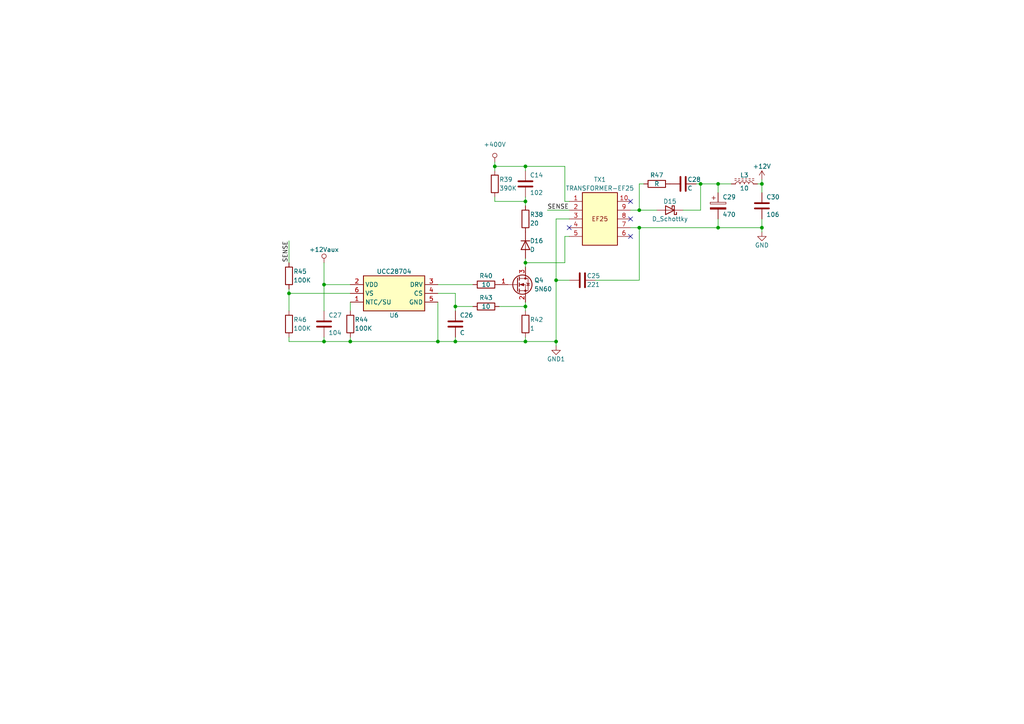
<source format=kicad_sch>
(kicad_sch (version 20230121) (generator eeschema)
  (paper "A4")
  (lib_symbols
    (symbol "Device:C" (pin_numbers hide) (pin_names (offset 0.254))
      (property "Reference" "C" (at 0.635 2.54 0))
      (property "Value" "C" (at 0.635 -2.54 0))
      (symbol "C_0_1"
        (polyline (pts (xy -2.032 -0.762) (xy 2.032 -0.762)) (stroke (width 0.508)))
        (polyline (pts (xy -2.032 0.762) (xy 2.032 0.762)) (stroke (width 0.508)))
      )
      (symbol "C_1_1"
        (pin passive line (at 0 3.81 270) (length 2.794) (name "~") (number "1"))
        (pin passive line (at 0 -3.81 90) (length 2.794) (name "~") (number "2"))
      )
    )
    (symbol "Device:C_Polarized" (pin_numbers hide) (pin_names (offset 0.254))
      (property "Reference" "C" (at 0.635 2.54 0))
      (property "Value" "C_Polarized" (at 0.635 -2.54 0))
      (symbol "C_Polarized_0_1"
        (rectangle (start -2.286 0.508) (end 2.286 1.016))
        (polyline (pts (xy -1.778 2.286) (xy -0.762 2.286)))
        (polyline (pts (xy -1.27 2.794) (xy -1.27 1.778)))
        (rectangle (start 2.286 -0.508) (end -2.286 -1.016) (fill (type outline)))
      )
      (symbol "C_Polarized_1_1"
        (pin passive line (at 0 3.81 270) (length 2.794) (name "~") (number "1"))
        (pin passive line (at 0 -3.81 90) (length 2.794) (name "~") (number "2"))
      )
    )
    (symbol "Device:D" (pin_numbers hide) (pin_names (offset 1.016) hide)
      (property "Reference" "D" (at 0 2.54 0))
      (property "Value" "D" (at 0 -2.54 0))
      (symbol "D_0_1"
        (polyline (pts (xy -1.27 1.27) (xy -1.27 -1.27)) (stroke (width 0.254)))
        (polyline (pts (xy 1.27 0) (xy -1.27 0)))
        (polyline (pts (xy 1.27 1.27) (xy 1.27 -1.27) (xy -1.27 0) (xy 1.27 1.27)) (stroke (width 0.254)))
      )
      (symbol "D_1_1"
        (pin passive line (at -3.81 0 0) (length 2.54) (name "K") (number "1"))
        (pin passive line (at 3.81 0 180) (length 2.54) (name "A") (number "2"))
      )
    )
    (symbol "Device:D_Schottky" (pin_numbers hide) (pin_names (offset 1.016) hide)
      (property "Reference" "D" (at 0 2.54 0))
      (property "Value" "D_Schottky" (at 0 -2.54 0))
      (symbol "D_Schottky_0_1"
        (polyline (pts (xy 1.27 0) (xy -1.27 0)))
        (polyline (pts (xy 1.27 1.27) (xy 1.27 -1.27) (xy -1.27 0) (xy 1.27 1.27)) (stroke (width 0.254)))
        (polyline (pts (xy -1.905 0.635) (xy -1.905 1.27) (xy -1.27 1.27) (xy -1.27 -1.27) (xy -0.635 -1.27) (xy -0.635 -0.635)) (stroke (width 0.254)))
      )
      (symbol "D_Schottky_1_1"
        (pin passive line (at -3.81 0 0) (length 2.54) (name "K") (number "1"))
        (pin passive line (at 3.81 0 180) (length 2.54) (name "A") (number "2"))
      )
    )
    (symbol "Device:L_Ferrite" (pin_numbers hide) (pin_names (offset 1.016) hide)
      (property "Reference" "L" (at -1.27 0 90))
      (property "Value" "L_Ferrite" (at 2.794 0 90))
      (symbol "L_Ferrite_0_1"
        (arc (start 0 -2.54) (mid 0.6323 -1.905) (end 0 -1.27))
        (arc (start 0 -1.27) (mid 0.6323 -0.635) (end 0 0))
        (polyline (pts (xy 1.016 -2.794) (xy 1.016 -2.286)))
        (polyline (pts (xy 1.016 -1.778) (xy 1.016 -1.27)))
        (polyline (pts (xy 1.016 -0.762) (xy 1.016 -0.254)))
        (polyline (pts (xy 1.016 0.254) (xy 1.016 0.762)))
        (polyline (pts (xy 1.016 1.27) (xy 1.016 1.778)))
        (polyline (pts (xy 1.016 2.286) (xy 1.016 2.794)))
        (polyline (pts (xy 1.524 -2.286) (xy 1.524 -2.794)))
        (polyline (pts (xy 1.524 -1.27) (xy 1.524 -1.778)))
        (polyline (pts (xy 1.524 -0.254) (xy 1.524 -0.762)))
        (polyline (pts (xy 1.524 0.762) (xy 1.524 0.254)))
        (polyline (pts (xy 1.524 1.778) (xy 1.524 1.27)))
        (polyline (pts (xy 1.524 2.794) (xy 1.524 2.286)))
        (arc (start 0 0) (mid 0.6323 0.635) (end 0 1.27))
        (arc (start 0 1.27) (mid 0.6323 1.905) (end 0 2.54))
      )
      (symbol "L_Ferrite_1_1"
        (pin passive line (at 0 3.81 270) (length 1.27) (name "1") (number "1"))
        (pin passive line (at 0 -3.81 90) (length 1.27) (name "2") (number "2"))
      )
    )
    (symbol "Device:Q_NMOS_GSD" (pin_names (offset 0) hide)
      (property "Reference" "Q" (at 5.08 1.27 0))
      (property "Value" "Q_NMOS_GSD" (at 5.08 -1.27 0))
      (symbol "Q_NMOS_GSD_0_1"
        (polyline (pts (xy 0.254 0) (xy -2.54 0)))
        (polyline (pts (xy 0.254 1.905) (xy 0.254 -1.905)) (stroke (width 0.254)))
        (polyline (pts (xy 0.762 -1.27) (xy 0.762 -2.286)) (stroke (width 0.254)))
        (polyline (pts (xy 0.762 0.508) (xy 0.762 -0.508)) (stroke (width 0.254)))
        (polyline (pts (xy 0.762 2.286) (xy 0.762 1.27)) (stroke (width 0.254)))
        (polyline (pts (xy 2.54 2.54) (xy 2.54 1.778)))
        (polyline (pts (xy 2.54 -2.54) (xy 2.54 0) (xy 0.762 0)))
        (polyline (pts (xy 0.762 -1.778) (xy 3.302 -1.778) (xy 3.302 1.778) (xy 0.762 1.778)))
        (polyline (pts (xy 1.016 0) (xy 2.032 0.381) (xy 2.032 -0.381) (xy 1.016 0)) (fill (type outline)))
        (polyline (pts (xy 2.794 0.508) (xy 2.921 0.381) (xy 3.683 0.381) (xy 3.81 0.254)))
        (polyline (pts (xy 3.302 0.381) (xy 2.921 -0.254) (xy 3.683 -0.254) (xy 3.302 0.381)))
        (circle (center 1.651 0) (radius 2.794) (stroke (width 0.254)))
        (circle (center 2.54 -1.778) (radius 0.254) (fill (type outline)))
        (circle (center 2.54 1.778) (radius 0.254) (fill (type outline)))
      )
      (symbol "Q_NMOS_GSD_1_1"
        (pin input line (at -5.08 0 0) (length 2.54) (name "G") (number "1"))
        (pin passive line (at 2.54 -5.08 90) (length 2.54) (name "S") (number "2"))
        (pin passive line (at 2.54 5.08 270) (length 2.54) (name "D") (number "3"))
      )
    )
    (symbol "Device:R" (pin_numbers hide) (pin_names (offset 0))
      (property "Reference" "R" (at 2.032 0 90))
      (property "Value" "R" (at 0 0 90))
      (symbol "R_0_1"
        (rectangle (start -1.016 -2.54) (end 1.016 2.54) (stroke (width 0.254)))
      )
      (symbol "R_1_1"
        (pin passive line (at 0 3.81 270) (length 1.27) (name "~") (number "1"))
        (pin passive line (at 0 -3.81 90) (length 1.27) (name "~") (number "2"))
      )
    )
    (symbol "HR-Parts:+12Vaux" (power) (pin_numbers hide) (pin_names (offset 0))
      (property "Value" "+12Vaux" (at 0 3.81 0))
      (symbol "+12Vaux_0_0"
        (pin power_in line (at 0 0 90) (length 0) hide (name "+12Vaux") (number "1"))
      )
      (symbol "+12Vaux_0_1"
        (polyline (pts (xy 0 0) (xy 0 1.27)))
        (circle (center 0 1.905) (radius 0.635))
      )
    )
    (symbol "HR-Parts:+400V" (power) (pin_numbers hide) (pin_names (offset 0))
      (property "Value" "+400V" (at 0 4.445 0))
      (symbol "+400V_0_0"
        (pin power_in line (at 0 0 90) (length 0) hide (name "+400V") (number "1"))
      )
      (symbol "+400V_0_1"
        (polyline (pts (xy 0 0) (xy 0 1.27)))
        (circle (center 0 1.905) (radius 0.635))
      )
    )
    (symbol "HR-Parts:TRANSFORMER-EF25" (pin_names (offset 1.016))
      (property "Reference" "TX" (at 0 -8.89 0))
      (property "Value" "TRANSFORMER-EF25" (at 0 8.89 0))
      (symbol "TRANSFORMER-EF25_0_0"
        (text "EF25" (at 0 0 0) (effects (font (size 1.27 1.27))))
      )
      (symbol "TRANSFORMER-EF25_0_1"
        (rectangle (start -5.08 7.62) (end 5.08 -7.62) (stroke (width 0.254)) (fill (type background)))
      )
      (symbol "TRANSFORMER-EF25_1_1"
        (pin passive line (at -8.89 5.08 0) (length 3.81) (name "~") (number "1"))
        (pin passive line (at 8.89 5.08 180) (length 3.81) (name "~") (number "10"))
        (pin passive line (at -8.89 2.54 0) (length 3.81) (name "~") (number "2"))
        (pin passive line (at -8.89 0 0) (length 3.81) (name "~") (number "3"))
        (pin passive line (at -8.89 -2.54 0) (length 3.81) (name "~") (number "4"))
        (pin passive line (at -8.89 -5.08 0) (length 3.81) (name "~") (number "5"))
        (pin passive line (at 8.89 -5.08 180) (length 3.81) (name "~") (number "6"))
        (pin passive line (at 8.89 -2.54 180) (length 3.81) (name "~") (number "7"))
        (pin passive line (at 8.89 0 180) (length 3.81) (name "~") (number "8"))
        (pin passive line (at 8.89 2.54 180) (length 3.81) (name "~") (number "9"))
      )
    )
    (symbol "HR-Parts:UCC28704"
      (property "Reference" "U" (at 0 -6.35 0))
      (property "Value" "UCC28704" (at 0 6.35 0))
      (symbol "UCC28704_1_1"
        (rectangle (start -8.89 5.08) (end 8.89 -5.08) (stroke (width 0.254)) (fill (type background)))
        (pin input line (at -12.7 -2.54 0) (length 3.81) (name "NTC/SU") (number "1"))
        (pin power_in line (at -12.7 2.54 0) (length 3.81) (name "VDD") (number "2"))
        (pin output line (at 12.7 2.54 180) (length 3.81) (name "DRV") (number "3"))
        (pin input line (at 12.7 0 180) (length 3.81) (name "CS") (number "4"))
        (pin power_in line (at 12.7 -2.54 180) (length 3.81) (name "GND") (number "5"))
        (pin input line (at -12.7 0 0) (length 3.81) (name "VS") (number "6"))
      )
    )
    (symbol "power:+12V" (power) (pin_names (offset 0))
      (property "Value" "+12V" (at 0 3.556 0))
      (symbol "+12V_0_1"
        (polyline (pts (xy -0.762 1.27) (xy 0 2.54)))
        (polyline (pts (xy 0 0) (xy 0 2.54)))
        (polyline (pts (xy 0 2.54) (xy 0.762 1.27)))
      )
      (symbol "+12V_1_1"
        (pin power_in line (at 0 0 90) (length 0) hide (name "+12V") (number "1"))
      )
    )
    (symbol "power:GND" (power) (pin_names (offset 0))
      (property "Value" "GND" (at 0 -3.81 0))
      (symbol "GND_0_1"
        (polyline (pts (xy 0 0) (xy 0 -1.27) (xy 1.27 -1.27) (xy 0 -2.54) (xy -1.27 -1.27) (xy 0 -1.27)))
      )
      (symbol "GND_1_1"
        (pin power_in line (at 0 0 270) (length 0) hide (name "GND") (number "1"))
      )
    )
    (symbol "power:GND1" (power) (pin_names (offset 0))
      (property "Value" "GND1" (at 0 -3.81 0))
      (symbol "GND1_0_1"
        (polyline (pts (xy 0 0) (xy 0 -1.27) (xy 1.27 -1.27) (xy 0 -2.54) (xy -1.27 -1.27) (xy 0 -1.27)))
      )
      (symbol "GND1_1_1"
        (pin power_in line (at 0 0 270) (length 0) hide (name "GND1") (number "1"))
      )
    )
  )
  (junction (at 185.42 60.96))
  (junction (at 220.98 53.34))
  (junction (at 143.51 48.26))
  (junction (at 161.29 81.28))
  (junction (at 132.08 88.9))
  (junction (at 208.28 66.04))
  (junction (at 203.2 53.34))
  (junction (at 208.28 53.34))
  (junction (at 152.4 58.42))
  (junction (at 152.4 48.26))
  (junction (at 93.98 82.55))
  (junction (at 132.08 99.06))
  (junction (at 101.6 99.06))
  (junction (at 152.4 88.9))
  (junction (at 127 99.06))
  (junction (at 152.4 99.06))
  (junction (at 161.29 99.06))
  (junction (at 185.42 66.04))
  (junction (at 83.82 85.09))
  (junction (at 220.98 66.04))
  (junction (at 93.98 99.06))
  (junction (at 152.4 76.2))
  (no_connect (at 165.1 66.04))
  (no_connect (at 182.88 68.58))
  (no_connect (at 182.88 63.5))
  (no_connect (at 182.88 58.42))
  (wire (pts (xy 208.28 53.34) (xy 208.28 55.88)))
  (wire (pts (xy 93.98 82.55) (xy 101.6 82.55)))
  (wire (pts (xy 198.12 60.96) (xy 203.2 60.96)))
  (wire (pts (xy 220.98 53.34) (xy 220.98 55.88)))
  (wire (pts (xy 172.72 81.28) (xy 185.42 81.28)))
  (wire (pts (xy 185.42 66.04) (xy 208.28 66.04)))
  (wire (pts (xy 127 82.55) (xy 137.16 82.55)))
  (wire (pts (xy 152.4 58.42) (xy 152.4 59.69)))
  (wire (pts (xy 143.51 48.26) (xy 143.51 49.53)))
  (wire (pts (xy 83.82 69.85) (xy 83.82 76.2)))
  (wire (pts (xy 132.08 88.9) (xy 132.08 90.17)))
  (wire (pts (xy 186.69 53.34) (xy 185.42 53.34)))
  (wire (pts (xy 143.51 57.15) (xy 143.51 58.42)))
  (wire (pts (xy 127 99.06) (xy 101.6 99.06)))
  (wire (pts (xy 127 85.09) (xy 132.08 85.09)))
  (wire (pts (xy 161.29 81.28) (xy 165.1 81.28)))
  (wire (pts (xy 83.82 85.09) (xy 83.82 83.82)))
  (wire (pts (xy 152.4 48.26) (xy 143.51 48.26)))
  (wire (pts (xy 143.51 46.99) (xy 143.51 48.26)))
  (wire (pts (xy 152.4 76.2) (xy 152.4 77.47)))
  (wire (pts (xy 83.82 99.06) (xy 93.98 99.06)))
  (wire (pts (xy 220.98 66.04) (xy 220.98 67.31)))
  (wire (pts (xy 152.4 74.93) (xy 152.4 76.2)))
  (wire (pts (xy 208.28 53.34) (xy 212.09 53.34)))
  (wire (pts (xy 203.2 53.34) (xy 208.28 53.34)))
  (wire (pts (xy 137.16 88.9) (xy 132.08 88.9)))
  (wire (pts (xy 161.29 63.5) (xy 161.29 81.28)))
  (wire (pts (xy 83.82 97.79) (xy 83.82 99.06)))
  (wire (pts (xy 93.98 90.17) (xy 93.98 82.55)))
  (wire (pts (xy 165.1 68.58) (xy 163.83 68.58)))
  (wire (pts (xy 185.42 53.34) (xy 185.42 60.96)))
  (wire (pts (xy 163.83 48.26) (xy 152.4 48.26)))
  (wire (pts (xy 144.78 88.9) (xy 152.4 88.9)))
  (wire (pts (xy 93.98 97.79) (xy 93.98 99.06)))
  (wire (pts (xy 132.08 97.79) (xy 132.08 99.06)))
  (wire (pts (xy 93.98 99.06) (xy 101.6 99.06)))
  (wire (pts (xy 220.98 66.04) (xy 220.98 63.5)))
  (wire (pts (xy 161.29 99.06) (xy 152.4 99.06)))
  (wire (pts (xy 182.88 60.96) (xy 185.42 60.96)))
  (wire (pts (xy 101.6 85.09) (xy 83.82 85.09)))
  (wire (pts (xy 132.08 85.09) (xy 132.08 88.9)))
  (wire (pts (xy 127 87.63) (xy 127 99.06)))
  (wire (pts (xy 152.4 88.9) (xy 152.4 90.17)))
  (wire (pts (xy 220.98 52.07) (xy 220.98 53.34)))
  (wire (pts (xy 152.4 49.53) (xy 152.4 48.26)))
  (wire (pts (xy 185.42 81.28) (xy 185.42 66.04)))
  (wire (pts (xy 127 99.06) (xy 132.08 99.06)))
  (wire (pts (xy 161.29 81.28) (xy 161.29 99.06)))
  (wire (pts (xy 165.1 58.42) (xy 163.83 58.42)))
  (wire (pts (xy 163.83 58.42) (xy 163.83 48.26)))
  (wire (pts (xy 158.75 60.96) (xy 165.1 60.96)))
  (wire (pts (xy 185.42 60.96) (xy 190.5 60.96)))
  (wire (pts (xy 143.51 58.42) (xy 152.4 58.42)))
  (wire (pts (xy 161.29 99.06) (xy 161.29 100.33)))
  (wire (pts (xy 208.28 66.04) (xy 208.28 63.5)))
  (wire (pts (xy 101.6 87.63) (xy 101.6 90.17)))
  (wire (pts (xy 182.88 66.04) (xy 185.42 66.04)))
  (wire (pts (xy 152.4 99.06) (xy 152.4 97.79)))
  (wire (pts (xy 165.1 63.5) (xy 161.29 63.5)))
  (wire (pts (xy 203.2 53.34) (xy 201.93 53.34)))
  (wire (pts (xy 152.4 87.63) (xy 152.4 88.9)))
  (wire (pts (xy 203.2 60.96) (xy 203.2 53.34)))
  (wire (pts (xy 163.83 76.2) (xy 152.4 76.2)))
  (wire (pts (xy 163.83 68.58) (xy 163.83 76.2)))
  (wire (pts (xy 208.28 66.04) (xy 220.98 66.04)))
  (wire (pts (xy 83.82 85.09) (xy 83.82 90.17)))
  (wire (pts (xy 152.4 58.42) (xy 152.4 57.15)))
  (wire (pts (xy 93.98 76.2) (xy 93.98 82.55)))
  (wire (pts (xy 132.08 99.06) (xy 152.4 99.06)))
  (wire (pts (xy 219.71 53.34) (xy 220.98 53.34)))
  (wire (pts (xy 101.6 99.06) (xy 101.6 97.79)))
  (label "SENSE" (at 158.75 60.96 0))
  (label "SENSE" (at 83.82 69.85 270))
  (symbol (lib_id "Device:C_Polarized") (at 208.28 59.69 0) (unit 1)
    (property "Reference" "C29" (at 209.55 57.15 0) (effects (justify left)))
    (property "Value" "470" (at 209.55 62.23 0) (effects (justify left)))
    (property "Footprint" "Capacitor_THT:CP_Radial_D10.0mm_P5.00mm" (effects hide))
  )
  (symbol (lib_id "HR-Parts:UCC28704") (at 114.3 85.09 0) (unit 1)
    (property "Reference" "U6" (at 114.3 91.44 0))
    (property "Value" "UCC28704" (at 114.3 78.74 0))
    (property "Footprint" "Package_TO_SOT_SMD:SOT-23-6" (effects hide))
  )
  (symbol (lib_id "power:+12V") (at 220.98 52.07 0) (unit 1)
    (property "Reference" "#PWR022" (effects hide))
    (property "Value" "+12V" (at 220.98 48.26 0))
  )
  (symbol (lib_id "Device:C") (at 198.12 53.34 90) (unit 1)
    (property "Reference" "C28" (at 199.39 52.07 90) (effects (justify right)))
    (property "Value" "C" (at 199.39 54.61 90) (effects (justify right)))
    (property "Footprint" "Capacitor_SMD:C_0805_2012Metric" (effects hide))
  )
  (symbol (lib_id "Device:L_Ferrite") (at 215.9 53.34 90) (unit 1)
    (property "Reference" "L3" (at 215.9 50.8 90))
    (property "Value" "10" (at 215.9 54.61 90))
    (property "Footprint" "HR_Parts:INDUCTOR_SMD_7x7" (effects hide))
  )
  (symbol (lib_id "Device:R") (at 152.4 93.98 0) (unit 1)
    (property "Reference" "R42" (at 153.67 92.71 0) (effects (justify left)))
    (property "Value" "1" (at 153.67 95.25 0) (effects (justify left)))
    (property "Footprint" "Resistor_SMD:R_1210_3225Metric" (effects hide))
  )
  (symbol (lib_id "HR-Parts:+400V") (at 143.51 46.99 0) (unit 1)
    (property "Reference" "#PWR018" (effects hide))
    (property "Value" "+400V" (at 143.51 41.91 0))
  )
  (symbol (lib_id "HR-Parts:TRANSFORMER-EF25") (at 173.99 63.5 0) (unit 1)
    (property "Reference" "TX1" (at 173.99 52.07 0))
    (property "Value" "TRANSFORMER-EF25" (at 173.99 54.61 0))
    (property "Footprint" "HR_Parts:TRANSFORMER_EF25_HORIZONTAL" (effects hide))
  )
  (symbol (lib_id "Device:C") (at 220.98 59.69 0) (unit 1)
    (property "Reference" "C30" (at 222.25 57.15 0) (effects (justify left)))
    (property "Value" "106" (at 222.25 62.23 0) (effects (justify left)))
    (property "Footprint" "Capacitor_SMD:C_1210_3225Metric" (effects hide))
  )
  (symbol (lib_id "Device:R") (at 83.82 93.98 0) (unit 1)
    (property "Reference" "R46" (at 85.09 92.71 0) (effects (justify left)))
    (property "Value" "100K" (at 85.09 95.25 0) (effects (justify left)))
    (property "Footprint" "Resistor_SMD:R_0805_2012Metric" (effects hide))
  )
  (symbol (lib_id "Device:C") (at 152.4 53.34 0) (unit 1)
    (property "Reference" "C14" (at 153.67 50.8 0) (effects (justify left)))
    (property "Value" "102" (at 153.67 55.88 0) (effects (justify left)))
    (property "Footprint" "Capacitor_SMD:C_1210_3225Metric" (effects hide))
  )
  (symbol (lib_id "Device:R") (at 152.4 63.5 0) (unit 1)
    (property "Reference" "R38" (at 153.67 62.23 0) (effects (justify left)))
    (property "Value" "20" (at 153.67 64.77 0) (effects (justify left)))
    (property "Footprint" "Resistor_SMD:R_0805_2012Metric" (effects hide))
  )
  (symbol (lib_id "Device:Q_NMOS_GSD") (at 149.86 82.55 0) (unit 1)
    (property "Reference" "Q4" (at 154.94 81.28 0) (effects (justify left)))
    (property "Value" "5N60" (at 154.94 83.82 0) (effects (justify left)))
    (property "Footprint" "HR_Parts:TO-220-3_Vertical_Staggered" (effects hide))
  )
  (symbol (lib_id "Device:R") (at 190.5 53.34 90) (unit 1)
    (property "Reference" "R47" (at 190.5 50.8 90))
    (property "Value" "R" (at 190.5 53.34 90))
    (property "Footprint" "Resistor_SMD:R_0805_2012Metric" (effects hide))
  )
  (symbol (lib_id "Device:C") (at 93.98 93.98 0) (unit 1)
    (property "Reference" "C27" (at 95.25 91.44 0) (effects (justify left)))
    (property "Value" "104" (at 95.25 96.52 0) (effects (justify left)))
    (property "Footprint" "Capacitor_SMD:C_0805_2012Metric" (effects hide))
  )
  (symbol (lib_id "Device:D") (at 152.4 71.12 270) (unit 1)
    (property "Reference" "D16" (at 153.67 69.85 90) (effects (justify left)))
    (property "Value" "D" (at 153.67 72.39 90) (effects (justify left)))
    (property "Footprint" "Diode_SMD:D_SMB" (effects hide))
    (property "Sim.Device" "D" (effects hide))
    (property "Sim.Pins" "1=K 2=A" (effects hide))
  )
  (symbol (lib_id "Device:R") (at 140.97 82.55 90) (unit 1)
    (property "Reference" "R40" (at 140.97 80.01 90))
    (property "Value" "10" (at 140.97 82.55 90))
    (property "Footprint" "Resistor_SMD:R_0805_2012Metric" (effects hide))
  )
  (symbol (lib_id "Device:R") (at 101.6 93.98 0) (unit 1)
    (property "Reference" "R44" (at 102.87 92.71 0) (effects (justify left)))
    (property "Value" "100K" (at 102.87 95.25 0) (effects (justify left)))
    (property "Footprint" "Resistor_SMD:R_0805_2012Metric" (effects hide))
  )
  (symbol (lib_id "Device:C") (at 168.91 81.28 90) (unit 1)
    (property "Reference" "C25" (at 170.18 80.01 90) (effects (justify right)))
    (property "Value" "221" (at 170.18 82.55 90) (effects (justify right)))
    (property "Footprint" "Capacitor_THT:C_Disc_D7.5mm_W5.0mm_P10.00mm" (effects hide))
  )
  (symbol (lib_id "Device:R") (at 140.97 88.9 90) (unit 1)
    (property "Reference" "R43" (at 140.97 86.36 90))
    (property "Value" "10" (at 140.97 88.9 90))
    (property "Footprint" "Resistor_SMD:R_0805_2012Metric" (effects hide))
  )
  (symbol (lib_id "HR-Parts:+12Vaux") (at 93.98 76.2 0) (unit 1)
    (property "Reference" "#PWR016" (effects hide))
    (property "Value" "+12Vaux" (at 93.98 72.39 0))
  )
  (symbol (lib_id "Device:R") (at 143.51 53.34 0) (unit 1)
    (property "Reference" "R39" (at 144.78 52.07 0) (effects (justify left)))
    (property "Value" "390K" (at 144.78 54.61 0) (effects (justify left)))
    (property "Footprint" "Resistor_SMD:R_1210_3225Metric" (effects hide))
  )
  (symbol (lib_id "power:GND1") (at 161.29 100.33 0) (unit 1)
    (property "Reference" "#PWR020" (effects hide))
    (property "Value" "GND1" (at 161.29 104.14 0))
  )
  (symbol (lib_id "Device:C") (at 132.08 93.98 0) (unit 1)
    (property "Reference" "C26" (at 133.35 91.44 0) (effects (justify left)))
    (property "Value" "C" (at 133.35 96.52 0) (effects (justify left)))
    (property "Footprint" "Capacitor_SMD:C_0805_2012Metric" (effects hide))
  )
  (symbol (lib_id "Device:D_Schottky") (at 194.31 60.96 180) (unit 1)
    (property "Reference" "D15" (at 194.31 58.42 0))
    (property "Value" "D_Schottky" (at 194.31 63.5 0))
    (property "Footprint" "Diode_SMD:D_SMC" (effects hide))
  )
  (symbol (lib_id "power:GND") (at 220.98 67.31 0) (unit 1)
    (property "Reference" "#PWR021" (effects hide))
    (property "Value" "GND" (at 220.98 71.12 0))
  )
  (symbol (lib_id "Device:R") (at 83.82 80.01 0) (unit 1)
    (property "Reference" "R45" (at 85.09 78.74 0) (effects (justify left)))
    (property "Value" "100K" (at 85.09 81.28 0) (effects (justify left)))
    (property "Footprint" "Resistor_SMD:R_0805_2012Metric" (effects hide))
  )
)
</source>
